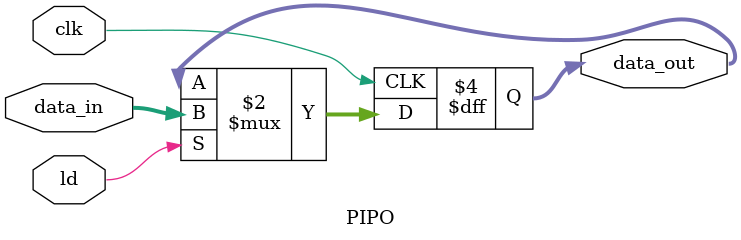
<source format=v>

`timescale 1ps / 1ps


module PIPO(data_out,data_in,clk,ld);

input signed [15:0] data_in;
input clk,ld;
output reg signed [15:0] data_out;

always@(posedge clk)
  begin
      if(ld)
        data_out <= data_in;
   end

//}} End of automatically maintained section

// Enter your statements here //

endmodule

</source>
